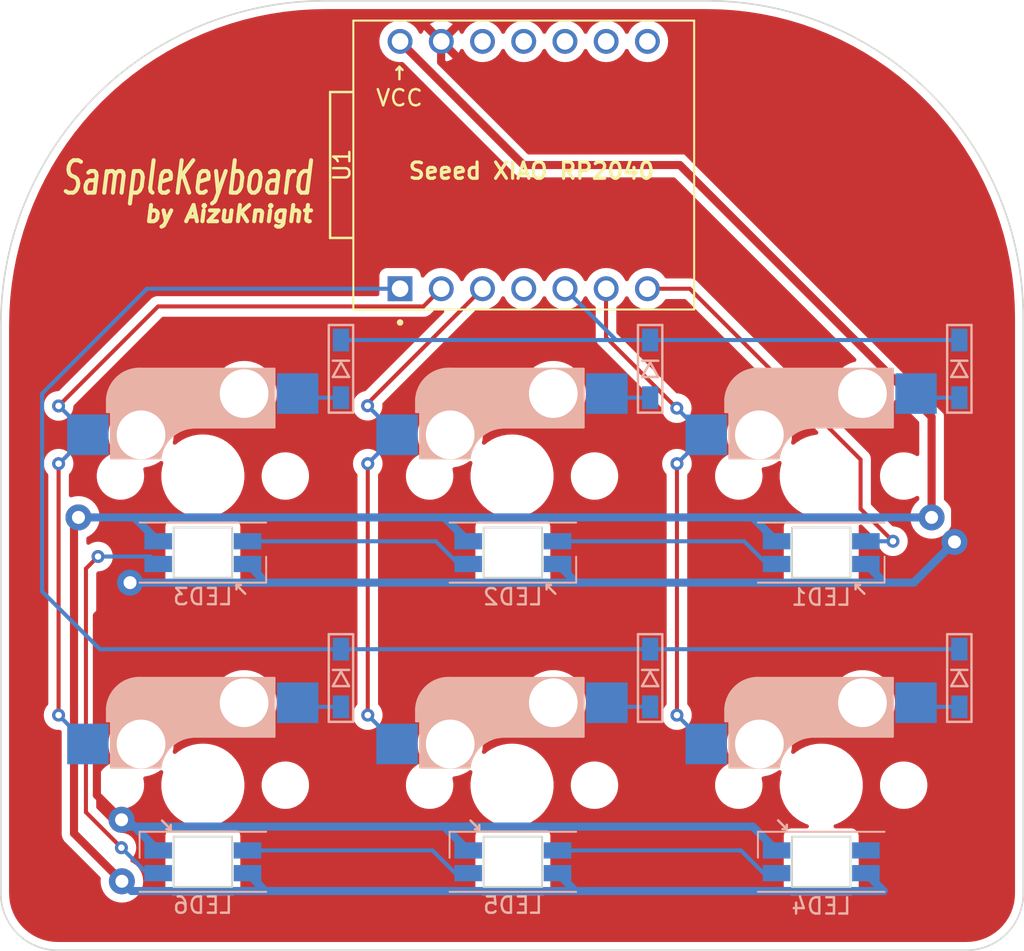
<source format=kicad_pcb>
(kicad_pcb (version 20211014) (generator pcbnew)
  (layers (0 "F.Cu" signal) (31 "B.Cu" signal) (34 "B.Paste" user) (35 "F.Paste" user) (36 "B.SilkS" user "B.Silkscreen") (37 "F.SilkS" user "F.Silkscreen") (38 "B.Mask" user) (39 "F.Mask" user) (44 "Edge.Cuts" user))
  (net 0 "")
  (net 1 "GND")
  (net 2 "COL0")
  (net 3 "ROW0")
  (net 4 "ROW1")
  (net 5 "COL1")
  (net 6 "COL2")
  (net 11 "LED")
  (net 12 "VCC")
  (net 13 "Net-(D4-Pad2)")
  (net 14 "Net-(D5-Pad2)")
  (net 15 "Net-(D6-Pad2)")
  (net 16 "Net-(D7-Pad2)")
  (net 17 "Net-(D8-Pad2)")
  (net 18 "Net-(D9-Pad2)")
  (net 19 "Net-(LED1-Pad2)")
  (net 20 "Net-(LED2-Pad2)")
  (net 23 "Net-(LED3-Pad2)")
  (net 24 "Net-(LED4-Pad4)")
  (net 26 "Net-(LED5-Pad4)")
  (footprint "kbd:CherryMX_Hotswap" (layer "F.Cu") (at 146.05 100.33)
    (fp_text reference "SW6" hide)
    (fp_text value "SW_Push_45deg" hide)
    (fp_line (start 4.38 -4) (end 4.38 -6.25) (layer "B.SilkS") (width 0.15))
    (fp_line (start 2.6 -4.8) (end -4.1 -4.8) (layer "B.SilkS") (width 3.5))
    (fp_line (start -5.8 -4.05) (end -5.8 -4.7) (layer "B.SilkS") (width 0.3))
    (fp_line (start 3.9 -6) (end 3.9 -3.5) (layer "B.SilkS") (width 1))
    (fp_line (start -5.3 -1.6) (end -5.3 -3.399999) (layer "B.SilkS") (width 0.8))
    (fp_line (start 4.4 -6.6) (end -3.800001 -6.6) (layer "B.SilkS") (width 0.15))
    (fp_line (start -5.9 -4.7) (end -5.9 -3.95) (layer "B.SilkS") (width 0.15))
    (fp_line (start -4.17 -5.1) (end -4.17 -2.86) (layer "B.SilkS") (width 3))
    (fp_line (start -5.45 -1.3) (end -3 -1.3) (layer "B.SilkS") (width 0.5))
    (fp_line (start 4.25 -6.4) (end 3 -6.4) (layer "B.SilkS") (width 0.4))
    (fp_line (start -0.4 -3) (end 4.4 -3) (layer "B.SilkS") (width 0.15))
    (fp_line (start -5.65 -1.1) (end -2.62 -1.1) (layer "B.SilkS") (width 0.15))
    (fp_line (start -5.65 -5.55) (end -5.65 -1.1) (layer "B.SilkS") (width 0.15))
    (fp_line (start -5.9 -3.95) (end -5.7 -3.95) (layer "B.SilkS") (width 0.15))
    (fp_line (start 4.2 -3.25) (end 2.9 -3.3) (layer "B.SilkS") (width 0.5))
    (fp_line (start 4.4 -3) (end 4.4 -6.6) (layer "B.SilkS") (width 0.15))
    (fp_arc (start -2.616318 -1.121471) (mid -1.868709 -2.486118) (end -0.4 -3) (layer "B.SilkS") (width 0.15))
    (fp_arc (start -3.016318 -1.521471) (mid -2.268709 -2.886118) (end -0.8 -3.4) (layer "B.SilkS") (width 1))
    (fp_arc (start -5.9 -4.699999) (mid -5.243504 -6.084924) (end -3.800001 -6.6) (layer "B.SilkS") (width 0.15))
    (pad "" np_thru_hole circle locked (at -3.81 -2.54) (size 3 3) (drill 3) (layers *.Cu *.Mask))
    (pad "" np_thru_hole circle locked (at 0 0 90) (size 4.1 4.1) (drill 4.1) (layers *.Cu *.Mask))
    (pad "" np_thru_hole circle locked (at -5.08 0) (size 1.9 1.9) (drill 1.9) (layers *.Cu *.Mask))
    (pad "" np_thru_hole circle locked (at 2.54 -5.08) (size 3 3) (drill 3) (layers *.Cu *.Mask))
    (pad "" np_thru_hole circle locked (at 5.08 0) (size 1.9 1.9) (drill 1.9) (layers *.Cu *.Mask))
    (pad "1" smd rect locked (at -7.085 -2.54 180) (size 2.55 2.5) (layers "B.Cu" "B.Paste" "B.Mask") (net 6 "COL2"))
    (pad "2" smd rect locked (at 5.842 -5.08 180) (size 2.55 2.5) (layers "B.Cu" "B.Paste" "B.Mask") (net 18 "Net-(D9-Pad2)"))
  )
  (footprint "kbd:CherryMX_Hotswap" (layer "F.Cu") (at 127 81.28)
    (fp_text reference "SW3" hide)
    (fp_text value "SW_Push_45deg" hide)
    (fp_line (start -5.65 -5.55) (end -5.65 -1.1) (layer "B.SilkS") (width 0.15))
    (fp_line (start 4.4 -6.6) (end -3.800001 -6.6) (layer "B.SilkS") (width 0.15))
    (fp_line (start -5.45 -1.3) (end -3 -1.3) (layer "B.SilkS") (width 0.5))
    (fp_line (start -0.4 -3) (end 4.4 -3) (layer "B.SilkS") (width 0.15))
    (fp_line (start 4.4 -3) (end 4.4 -6.6) (layer "B.SilkS") (width 0.15))
    (fp_line (start -5.3 -1.6) (end -5.3 -3.399999) (layer "B.SilkS") (width 0.8))
    (fp_line (start 4.2 -3.25) (end 2.9 -3.3) (layer "B.SilkS") (width 0.5))
    (fp_line (start 2.6 -4.8) (end -4.1 -4.8) (layer "B.SilkS") (width 3.5))
    (fp_line (start -5.9 -4.7) (end -5.9 -3.95) (layer "B.SilkS") (width 0.15))
    (fp_line (start 3.9 -6) (end 3.9 -3.5) (layer "B.SilkS") (width 1))
    (fp_line (start 4.38 -4) (end 4.38 -6.25) (layer "B.SilkS") (width 0.15))
    (fp_line (start 4.25 -6.4) (end 3 -6.4) (layer "B.SilkS") (width 0.4))
    (fp_line (start -5.65 -1.1) (end -2.62 -1.1) (layer "B.SilkS") (width 0.15))
    (fp_line (start -5.8 -4.05) (end -5.8 -4.7) (layer "B.SilkS") (width 0.3))
    (fp_line (start -5.9 -3.95) (end -5.7 -3.95) (layer "B.SilkS") (width 0.15))
    (fp_line (start -4.17 -5.1) (end -4.17 -2.86) (layer "B.SilkS") (width 3))
    (fp_arc (start -3.016318 -1.521471) (mid -2.268709 -2.886118) (end -0.8 -3.4) (layer "B.SilkS") (width 1))
    (fp_arc (start -5.9 -4.699999) (mid -5.243504 -6.084924) (end -3.800001 -6.6) (layer "B.SilkS") (width 0.15))
    (fp_arc (start -2.616318 -1.121471) (mid -1.868709 -2.486118) (end -0.4 -3) (layer "B.SilkS") (width 0.15))
    (pad "" np_thru_hole circle locked (at -3.81 -2.54) (size 3 3) (drill 3) (layers *.Cu *.Mask))
    (pad "" np_thru_hole circle locked (at 2.54 -5.08) (size 3 3) (drill 3) (layers *.Cu *.Mask))
    (pad "" np_thru_hole circle locked (at 0 0 90) (size 4.1 4.1) (drill 4.1) (layers *.Cu *.Mask))
    (pad "" np_thru_hole circle locked (at 5.08 0) (size 1.9 1.9) (drill 1.9) (layers *.Cu *.Mask))
    (pad "" np_thru_hole circle locked (at -5.08 0) (size 1.9 1.9) (drill 1.9) (layers *.Cu *.Mask))
    (pad "1" smd rect locked (at -7.085 -2.54 180) (size 2.55 2.5) (layers "B.Cu" "B.Paste" "B.Mask") (net 5 "COL1"))
    (pad "2" smd rect locked (at 5.842 -5.08 180) (size 2.55 2.5) (layers "B.Cu" "B.Paste" "B.Mask") (net 15 "Net-(D6-Pad2)"))
  )
  (footprint "seeed_xiao_rp2040:seeed_xiao_rp2040" (layer "F.Cu") (at 127.72 62.12 90)
    (fp_text reference "U1" (at 0 -11.2 90) (layer "F.SilkS"))
    (fp_text value "seeed_xiao_rp2040")
    (fp_line (start 8.9 10.5) (end 8.9 -10.5) (layer "F.SilkS") (width 0.127))
    (fp_line (start -8.9 10.5) (end 8.9 10.5) (layer "F.SilkS") (width 0.127))
    (fp_line (start 8.9 -10.5) (end -8.9 -10.5) (layer "F.SilkS") (width 0.127))
    (fp_line (start -8.9 -10.5) (end -8.9 10.5) (layer "F.SilkS") (width 0.127))
    (fp_circle (center -9.7 -7.62) (end -9.6 -7.62) (layer "F.SilkS") (width 0.2) (fill none))
    (pad "1" thru_hole rect locked (at -7.62 -7.62 90) (size 1.53 1.53) (drill 1.02) (layers *.Cu *.Mask) (net 4 "ROW1"))
    (pad "2" thru_hole circle locked (at -7.62 -5.08 90) (size 1.53 1.53) (drill 1.02) (layers *.Cu *.Mask) (net 2 "COL0"))
    (pad "3" thru_hole circle locked (at -7.62 -2.54 90) (size 1.53 1.53) (drill 1.02) (layers *.Cu *.Mask) (net 5 "COL1"))
    (pad "4" thru_hole circle locked (at -7.62 0 90) (size 1.53 1.53) (drill 1.02) (layers *.Cu *.Mask))
    (pad "5" thru_hole circle locked (at -7.62 2.54 90) (size 1.53 1.53) (drill 1.02) (layers *.Cu *.Mask) (net 3 "ROW0"))
    (pad "6" thru_hole circle locked (at -7.62 5.08 90) (size 1.53 1.53) (drill 1.02) (layers *.Cu *.Mask) (net 6 "COL2"))
    (pad "7" thru_hole circle locked (at -7.62 7.62 90) (size 1.53 1.53) (drill 1.02) (layers *.Cu *.Mask) (net 11 "LED"))
    (pad "8" thru_hole circle locked (at 7.62 7.62 90) (size 1.53 1.53) (drill 1.02) (layers *.Cu *.Mask))
    (pad "9" thru_hole circle locked (at 7.62 5.08 90) (size 1.53 1.53) (drill 1.02) (layers *.Cu *.Mask))
    (pad "10" thru_hole circle locked (at 7.62 2.54 90) (size 1.53 1.53) (drill 1.02) (layers *.Cu *.Mask))
    (pad "11" thru_hole circle locked (at 7.62 0 90) (size 1.53 1.53) (drill 1.02) (layers *.Cu *.Mask))
    (pad "12" thru_hole circle locked (at 7.62 -2.54 90) (size 1.53 1.53) (drill 1.02) (layers *.Cu *.Mask))
    (pad "13" thru_hole circle locked (at 7.62 -5.08 90) (size 1.53 1.53) (drill 1.02) (layers *.Cu *.Mask) (net 1 "GND"))
    (pad "14" thru_hole circle locked (at 7.62 -7.62 90) (size 1.53 1.53) (drill 1.02) (layers *.Cu *.Mask) (net 12 "VCC"))
  )
  (footprint "kbd:CherryMX_Hotswap" (layer "F.Cu") (at 146.05 81.28)
    (fp_text reference "SW5" hide)
    (fp_text value "SW_Push_45deg" hide)
    (fp_line (start -5.9 -4.7) (end -5.9 -3.95) (layer "B.SilkS") (width 0.15))
    (fp_line (start -4.17 -5.1) (end -4.17 -2.86) (layer "B.SilkS") (width 3))
    (fp_line (start -5.45 -1.3) (end -3 -1.3) (layer "B.SilkS") (width 0.5))
    (fp_line (start 4.38 -4) (end 4.38 -6.25) (layer "B.SilkS") (width 0.15))
    (fp_line (start 2.6 -4.8) (end -4.1 -4.8) (layer "B.SilkS") (width 3.5))
    (fp_line (start -5.8 -4.05) (end -5.8 -4.7) (layer "B.SilkS") (width 0.3))
    (fp_line (start 4.4 -6.6) (end -3.800001 -6.6) (layer "B.SilkS") (width 0.15))
    (fp_line (start -5.9 -3.95) (end -5.7 -3.95) (layer "B.SilkS") (width 0.15))
    (fp_line (start 4.2 -3.25) (end 2.9 -3.3) (layer "B.SilkS") (width 0.5))
    (fp_line (start -5.65 -5.55) (end -5.65 -1.1) (layer "B.SilkS") (width 0.15))
    (fp_line (start -5.3 -1.6) (end -5.3 -3.399999) (layer "B.SilkS") (width 0.8))
    (fp_line (start -5.65 -1.1) (end -2.62 -1.1) (layer "B.SilkS") (width 0.15))
    (fp_line (start 4.4 -3) (end 4.4 -6.6) (layer "B.SilkS") (width 0.15))
    (fp_line (start 3.9 -6) (end 3.9 -3.5) (layer "B.SilkS") (width 1))
    (fp_line (start 4.25 -6.4) (end 3 -6.4) (layer "B.SilkS") (width 0.4))
    (fp_line (start -0.4 -3) (end 4.4 -3) (layer "B.SilkS") (width 0.15))
    (fp_arc (start -2.616318 -1.121471) (mid -1.868709 -2.486118) (end -0.4 -3) (layer "B.SilkS") (width 0.15))
    (fp_arc (start -5.9 -4.699999) (mid -5.243504 -6.084924) (end -3.800001 -6.6) (layer "B.SilkS") (width 0.15))
    (fp_arc (start -3.016318 -1.521471) (mid -2.268709 -2.886118) (end -0.8 -3.4) (layer "B.SilkS") (width 1))
    (pad "" np_thru_hole circle locked (at -3.81 -2.54) (size 3 3) (drill 3) (layers *.Cu *.Mask))
    (pad "" np_thru_hole circle locked (at 5.08 0) (size 1.9 1.9) (drill 1.9) (layers *.Cu *.Mask))
    (pad "" np_thru_hole circle locked (at -5.08 0) (size 1.9 1.9) (drill 1.9) (layers *.Cu *.Mask))
    (pad "" np_thru_hole circle locked (at 0 0 90) (size 4.1 4.1) (drill 4.1) (layers *.Cu *.Mask))
    (pad "" np_thru_hole circle locked (at 2.54 -5.08) (size 3 3) (drill 3) (layers *.Cu *.Mask))
    (pad "1" smd rect locked (at -7.085 -2.54 180) (size 2.55 2.5) (layers "B.Cu" "B.Paste" "B.Mask") (net 6 "COL2"))
    (pad "2" smd rect locked (at 5.842 -5.08 180) (size 2.55 2.5) (layers "B.Cu" "B.Paste" "B.Mask") (net 17 "Net-(D8-Pad2)"))
  )
  (footprint "kbd:CherryMX_Hotswap" (layer "F.Cu") (at 127 100.33)
    (fp_text reference "SW4" hide)
    (fp_text value "SW_Push_45deg" hide)
    (fp_line (start 4.4 -6.6) (end -3.800001 -6.6) (layer "B.SilkS") (width 0.15))
    (fp_line (start 4.38 -4) (end 4.38 -6.25) (layer "B.SilkS") (width 0.15))
    (fp_line (start -0.4 -3) (end 4.4 -3) (layer "B.SilkS") (width 0.15))
    (fp_line (start 4.4 -3) (end 4.4 -6.6) (layer "B.SilkS") (width 0.15))
    (fp_line (start -5.65 -1.1) (end -2.62 -1.1) (layer "B.SilkS") (width 0.15))
    (fp_line (start -5.45 -1.3) (end -3 -1.3) (layer "B.SilkS") (width 0.5))
    (fp_line (start -4.17 -5.1) (end -4.17 -2.86) (layer "B.SilkS") (width 3))
    (fp_line (start 2.6 -4.8) (end -4.1 -4.8) (layer "B.SilkS") (width 3.5))
    (fp_line (start 4.2 -3.25) (end 2.9 -3.3) (layer "B.SilkS") (width 0.5))
    (fp_line (start -5.65 -5.55) (end -5.65 -1.1) (layer "B.SilkS") (width 0.15))
    (fp_line (start 3.9 -6) (end 3.9 -3.5) (layer "B.SilkS") (width 1))
    (fp_line (start -5.3 -1.6) (end -5.3 -3.399999) (layer "B.SilkS") (width 0.8))
    (fp_line (start 4.25 -6.4) (end 3 -6.4) (layer "B.SilkS") (width 0.4))
    (fp_line (start -5.9 -3.95) (end -5.7 -3.95) (layer "B.SilkS") (width 0.15))
    (fp_line (start -5.8 -4.05) (end -5.8 -4.7) (layer "B.SilkS") (width 0.3))
    (fp_line (start -5.9 -4.7) (end -5.9 -3.95) (layer "B.SilkS") (width 0.15))
    (fp_arc (start -3.016318 -1.521471) (mid -2.268709 -2.886118) (end -0.8 -3.4) (layer "B.SilkS") (width 1))
    (fp_arc (start -5.9 -4.699999) (mid -5.243504 -6.084924) (end -3.800001 -6.6) (layer "B.SilkS") (width 0.15))
    (fp_arc (start -2.616318 -1.121471) (mid -1.868709 -2.486118) (end -0.4 -3) (layer "B.SilkS") (width 0.15))
    (pad "" np_thru_hole circle locked (at 0 0 90) (size 4.1 4.1) (drill 4.1) (layers *.Cu *.Mask))
    (pad "" np_thru_hole circle locked (at 5.08 0) (size 1.9 1.9) (drill 1.9) (layers *.Cu *.Mask))
    (pad "" np_thru_hole circle locked (at -5.08 0) (size 1.9 1.9) (drill 1.9) (layers *.Cu *.Mask))
    (pad "" np_thru_hole circle locked (at 2.54 -5.08) (size 3 3) (drill 3) (layers *.Cu *.Mask))
    (pad "" np_thru_hole circle locked (at -3.81 -2.54) (size 3 3) (drill 3) (layers *.Cu *.Mask))
    (pad "1" smd rect locked (at -7.085 -2.54 180) (size 2.55 2.5) (layers "B.Cu" "B.Paste" "B.Mask") (net 5 "COL1"))
    (pad "2" smd rect locked (at 5.842 -5.08 180) (size 2.55 2.5) (layers "B.Cu" "B.Paste" "B.Mask") (net 16 "Net-(D7-Pad2)"))
  )
  (footprint "kbd:CherryMX_Hotswap" (layer "F.Cu") (at 107.95 81.28)
    (fp_text reference "SW1" hide)
    (fp_text value "SW_Push_45deg" hide)
    (fp_line (start -5.65 -1.1) (end -2.62 -1.1) (layer "B.SilkS") (width 0.15))
    (fp_line (start 4.4 -6.6) (end -3.800001 -6.6) (layer "B.SilkS") (width 0.15))
    (fp_line (start -0.4 -3) (end 4.4 -3) (layer "B.SilkS") (width 0.15))
    (fp_line (start 3.9 -6) (end 3.9 -3.5) (layer "B.SilkS") (width 1))
    (fp_line (start -5.8 -4.05) (end -5.8 -4.7) (layer "B.SilkS") (width 0.3))
    (fp_line (start -5.45 -1.3) (end -3 -1.3) (layer "B.SilkS") (width 0.5))
    (fp_line (start -5.9 -4.7) (end -5.9 -3.95) (layer "B.SilkS") (width 0.15))
    (fp_line (start -5.3 -1.6) (end -5.3 -3.399999) (layer "B.SilkS") (width 0.8))
    (fp_line (start 4.38 -4) (end 4.38 -6.25) (layer "B.SilkS") (width 0.15))
    (fp_line (start -5.65 -5.55) (end -5.65 -1.1) (layer "B.SilkS") (width 0.15))
    (fp_line (start -5.9 -3.95) (end -5.7 -3.95) (layer "B.SilkS") (width 0.15))
    (fp_line (start 2.6 -4.8) (end -4.1 -4.8) (layer "B.SilkS") (width 3.5))
    (fp_line (start 4.2 -3.25) (end 2.9 -3.3) (layer "B.SilkS") (width 0.5))
    (fp_line (start -4.17 -5.1) (end -4.17 -2.86) (layer "B.SilkS") (width 3))
    (fp_line (start 4.4 -3) (end 4.4 -6.6) (layer "B.SilkS") (width 0.15))
    (fp_line (start 4.25 -6.4) (end 3 -6.4) (layer "B.SilkS") (width 0.4))
    (fp_arc (start -2.616318 -1.121471) (mid -1.868709 -2.486118) (end -0.4 -3) (layer "B.SilkS") (width 0.15))
    (fp_arc (start -5.9 -4.699999) (mid -5.243504 -6.084924) (end -3.800001 -6.6) (layer "B.SilkS") (width 0.15))
    (fp_arc (start -3.016318 -1.521471) (mid -2.268709 -2.886118) (end -0.8 -3.4) (layer "B.SilkS") (width 1))
    (pad "" np_thru_hole circle locked (at 5.08 0) (size 1.9 1.9) (drill 1.9) (layers *.Cu *.Mask))
    (pad "" np_thru_hole circle locked (at -5.08 0) (size 1.9 1.9) (drill 1.9) (layers *.Cu *.Mask))
    (pad "" np_thru_hole circle locked (at -3.81 -2.54) (size 3 3) (drill 3) (layers *.Cu *.Mask))
    (pad "" np_thru_hole circle locked (at 2.54 -5.08) (size 3 3) (drill 3) (layers *.Cu *.Mask))
    (pad "" np_thru_hole circle locked (at 0 0 90) (size 4.1 4.1) (drill 4.1) (layers *.Cu *.Mask))
    (pad "1" smd rect locked (at -7.085 -2.54 180) (size 2.55 2.5) (layers "B.Cu" "B.Paste" "B.Mask") (net 2 "COL0"))
    (pad "2" smd rect locked (at 5.842 -5.08 180) (size 2.55 2.5) (layers "B.Cu" "B.Paste" "B.Mask") (net 13 "Net-(D4-Pad2)"))
  )
  (footprint "kbd:CherryMX_Hotswap" (layer "F.Cu") (at 107.95 100.33)
    (fp_text reference "SW2" hide)
    (fp_text value "SW_Push_45deg" hide)
    (fp_line (start -5.8 -4.05) (end -5.8 -4.7) (layer "B.SilkS") (width 0.3))
    (fp_line (start 2.6 -4.8) (end -4.1 -4.8) (layer "B.SilkS") (width 3.5))
    (fp_line (start 4.25 -6.4) (end 3 -6.4) (layer "B.SilkS") (width 0.4))
    (fp_line (start -5.9 -4.7) (end -5.9 -3.95) (layer "B.SilkS") (width 0.15))
    (fp_line (start -5.3 -1.6) (end -5.3 -3.399999) (layer "B.SilkS") (width 0.8))
    (fp_line (start -5.65 -5.55) (end -5.65 -1.1) (layer "B.SilkS") (width 0.15))
    (fp_line (start -5.65 -1.1) (end -2.62 -1.1) (layer "B.SilkS") (width 0.15))
    (fp_line (start 4.4 -3) (end 4.4 -6.6) (layer "B.SilkS") (width 0.15))
    (fp_line (start 4.38 -4) (end 4.38 -6.25) (layer "B.SilkS") (width 0.15))
    (fp_line (start 3.9 -6) (end 3.9 -3.5) (layer "B.SilkS") (width 1))
    (fp_line (start -0.4 -3) (end 4.4 -3) (layer "B.SilkS") (width 0.15))
    (fp_line (start -4.17 -5.1) (end -4.17 -2.86) (layer "B.SilkS") (width 3))
    (fp_line (start -5.45 -1.3) (end -3 -1.3) (layer "B.SilkS") (width 0.5))
    (fp_line (start 4.2 -3.25) (end 2.9 -3.3) (layer "B.SilkS") (width 0.5))
    (fp_line (start -5.9 -3.95) (end -5.7 -3.95) (layer "B.SilkS") (width 0.15))
    (fp_line (start 4.4 -6.6) (end -3.800001 -6.6) (layer "B.SilkS") (width 0.15))
    (fp_arc (start -3.016318 -1.521471) (mid -2.268709 -2.886118) (end -0.8 -3.4) (layer "B.SilkS") (width 1))
    (fp_arc (start -2.616318 -1.121471) (mid -1.868709 -2.486118) (end -0.4 -3) (layer "B.SilkS") (width 0.15))
    (fp_arc (start -5.9 -4.699999) (mid -5.243504 -6.084924) (end -3.800001 -6.6) (layer "B.SilkS") (width 0.15))
    (pad "" np_thru_hole circle locked (at 5.08 0) (size 1.9 1.9) (drill 1.9) (layers *.Cu *.Mask))
    (pad "" np_thru_hole circle locked (at -5.08 0) (size 1.9 1.9) (drill 1.9) (layers *.Cu *.Mask))
    (pad "" np_thru_hole circle locked (at 2.54 -5.08) (size 3 3) (drill 3) (layers *.Cu *.Mask))
    (pad "" np_thru_hole circle locked (at 0 0 90) (size 4.1 4.1) (drill 4.1) (layers *.Cu *.Mask))
    (pad "" np_thru_hole circle locked (at -3.81 -2.54) (size 3 3) (drill 3) (layers *.Cu *.Mask))
    (pad "1" smd rect locked (at -7.085 -2.54 180) (size 2.55 2.5) (layers "B.Cu" "B.Paste" "B.Mask") (net 2 "COL0"))
    (pad "2" smd rect locked (at 5.842 -5.08 180) (size 2.55 2.5) (layers "B.Cu" "B.Paste" "B.Mask") (net 14 "Net-(D5-Pad2)"))
  )
  (footprint "kbd:YS-SK6812MINI-E" (layer "B.Cu") (at 107.95 86 180)
    (fp_text reference "LED3" (at 0 -2.72) (layer "B.SilkS") (effects (justify mirror)))
    (fp_text value "YS-SK6812MINI-E")
    (fp_line (start -3.9 -0.25) (end -3.9 -1.85) (layer "B.SilkS") (width 0.12))
    (fp_line (start 3.9 1.85) (end -3.9 1.85) (layer "B.SilkS") (width 0.12))
    (fp_line (start -3.9 -1.85) (end 3.9 -1.85) (layer "B.SilkS") (width 0.12))
    (fp_line (start 1.8 -1.55) (end 1.8 1.55) (layer "Edge.Cuts") (width 0.12))
    (fp_line (start 1.8 1.55) (end -1.8 1.55) (layer "Edge.Cuts") (width 0.12))
    (fp_line (start -1.8 1.55) (end -1.8 -1.55) (layer "Edge.Cuts") (width 0.12))
    (fp_line (start -1.8 -1.55) (end 1.8 -1.55) (layer "Edge.Cuts") (width 0.12))
    (pad "1" smd rect locked (at 2.75 0.7 180) (size 1.7 1) (layers "B.Cu" "B.Paste" "B.Mask") (net 12 "VCC"))
    (pad "2" smd rect locked (at 2.75 -0.7 180) (size 1.7 1) (layers "B.Cu" "B.Paste" "B.Mask") (net 23 "Net-(LED3-Pad2)"))
    (pad "3" smd rect locked (at -2.75 -0.7 180) (size 1.7 1) (layers "B.Cu" "B.Paste" "B.Mask") (net 1 "GND"))
    (pad "4" smd rect locked (at -2.75 0.7 180) (size 1.7 1) (layers "B.Cu" "B.Paste" "B.Mask") (net 20 "Net-(LED2-Pad2)"))
  )
  (footprint "kbd:YS-SK6812MINI-E" (layer "B.Cu") (at 127.05 105.05)
    (fp_text reference "LED5" (at 0 2.68) (layer "B.SilkS") (effects (justify mirror)))
    (fp_text value "YS-SK6812MINI-E")
    (fp_line (start 3.9 1.85) (end -3.9 1.85) (layer "B.SilkS") (width 0.12))
    (fp_line (start -3.9 -1.85) (end 3.9 -1.85) (layer "B.SilkS") (width 0.12))
    (fp_line (start -3.9 -0.25) (end -3.9 -1.85) (layer "B.SilkS") (width 0.12))
    (fp_line (start -1.8 1.55) (end -1.8 -1.55) (layer "Edge.Cuts") (width 0.12))
    (fp_line (start 1.8 1.55) (end -1.8 1.55) (layer "Edge.Cuts") (width 0.12))
    (fp_line (start -1.8 -1.55) (end 1.8 -1.55) (layer "Edge.Cuts") (width 0.12))
    (fp_line (start 1.8 -1.55) (end 1.8 1.55) (layer "Edge.Cuts") (width 0.12))
    (pad "1" smd rect locked (at 2.75 0.7) (size 1.7 1) (layers "B.Cu" "B.Paste" "B.Mask") (net 12 "VCC"))
    (pad "2" smd rect locked (at 2.75 -0.7) (size 1.7 1) (layers "B.Cu" "B.Paste" "B.Mask") (net 24 "Net-(LED4-Pad4)"))
    (pad "3" smd rect locked (at -2.75 -0.7) (size 1.7 1) (layers "B.Cu" "B.Paste" "B.Mask") (net 1 "GND"))
    (pad "4" smd rect locked (at -2.75 0.7) (size 1.7 1) (layers "B.Cu" "B.Paste" "B.Mask") (net 26 "Net-(LED5-Pad4)"))
  )
  (footprint "kbd:D3_SMD_v2" (layer "B.Cu") (at 154.559 93.726 -90)
    (fp_text reference "D9" hide)
    (fp_text value "D_Small" hide)
    (fp_line (start 0.5 -0.5) (end -0.4 0) (layer "B.SilkS") (width 0.15))
    (fp_line (start -2.7 0.75) (end -2.7 -0.75) (layer "B.SilkS") (width 0.15))
    (fp_line (start -2.7 -0.75) (end 2.7 -0.75) (layer "B.SilkS") (width 0.15))
    (fp_line (start -0.5 0.5) (end -0.5 -0.5) (layer "B.SilkS") (width 0.15))
    (fp_line (start 2.7 0.75) (end -2.7 0.75) (layer "B.SilkS") (width 0.15))
    (fp_line (start 0.5 0.5) (end 0.5 -0.5) (layer "B.SilkS") (width 0.15))
    (fp_line (start -0.4 0) (end 0.5 0.5) (layer "B.SilkS") (width 0.15))
    (fp_line (start 2.7 0.75) (end 2.7 -0.75) (layer "B.SilkS") (width 0.15))
    (pad "1" smd rect locked (at -1.775 0 270) (size 1.4 1) (layers "B.Cu" "B.Paste" "B.Mask") (net 4 "ROW1"))
    (pad "2" smd rect locked (at 1.775 0 270) (size 1.4 1) (layers "B.Cu" "B.Paste" "B.Mask") (net 18 "Net-(D9-Pad2)"))
  )
  (footprint "kbd:YS-SK6812MINI-E" (layer "B.Cu") (at 107.95 105.05)
    (fp_text reference "LED6" (at 0 2.68) (layer "B.SilkS") (effects (justify mirror)))
    (fp_text value "YS-SK6812MINI-E")
    (fp_line (start -3.9 -1.85) (end 3.9 -1.85) (layer "B.SilkS") (width 0.12))
    (fp_line (start 3.9 1.85) (end -3.9 1.85) (layer "B.SilkS") (width 0.12))
    (fp_line (start -3.9 -0.25) (end -3.9 -1.85) (layer "B.SilkS") (width 0.12))
    (fp_line (start -1.8 1.55) (end -1.8 -1.55) (layer "Edge.Cuts") (width 0.12))
    (fp_line (start -1.8 -1.55) (end 1.8 -1.55) (layer "Edge.Cuts") (width 0.12))
    (fp_line (start 1.8 1.55) (end -1.8 1.55) (layer "Edge.Cuts") (width 0.12))
    (fp_line (start 1.8 -1.55) (end 1.8 1.55) (layer "Edge.Cuts") (width 0.12))
    (pad "1" smd rect locked (at 2.75 0.7) (size 1.7 1) (layers "B.Cu" "B.Paste" "B.Mask") (net 12 "VCC"))
    (pad "2" smd rect locked (at 2.75 -0.7) (size 1.7 1) (layers "B.Cu" "B.Paste" "B.Mask") (net 26 "Net-(LED5-Pad4)"))
    (pad "3" smd rect locked (at -2.75 -0.7) (size 1.7 1) (layers "B.Cu" "B.Paste" "B.Mask") (net 1 "GND"))
    (pad "4" smd rect locked (at -2.75 0.7) (size 1.7 1) (layers "B.Cu" "B.Paste" "B.Mask") (net 23 "Net-(LED3-Pad2)"))
  )
  (footprint "kbd:D3_SMD_v2" (layer "B.Cu") (at 116.459 93.726 -90)
    (fp_text reference "D5" hide)
    (fp_text value "D_Small" hide)
    (fp_line (start -0.5 0.5) (end -0.5 -0.5) (layer "B.SilkS") (width 0.15))
    (fp_line (start 0.5 0.5) (end 0.5 -0.5) (layer "B.SilkS") (width 0.15))
    (fp_line (start 2.7 0.75) (end -2.7 0.75) (layer "B.SilkS") (width 0.15))
    (fp_line (start -2.7 0.75) (end -2.7 -0.75) (layer "B.SilkS") (width 0.15))
    (fp_line (start -2.7 -0.75) (end 2.7 -0.75) (layer "B.SilkS") (width 0.15))
    (fp_line (start 0.5 -0.5) (end -0.4 0) (layer "B.SilkS") (width 0.15))
    (fp_line (start 2.7 0.75) (end 2.7 -0.75) (layer "B.SilkS") (width 0.15))
    (fp_line (start -0.4 0) (end 0.5 0.5) (layer "B.SilkS") (width 0.15))
    (pad "1" smd rect locked (at -1.775 0 270) (size 1.4 1) (layers "B.Cu" "B.Paste" "B.Mask") (net 4 "ROW1"))
    (pad "2" smd rect locked (at 1.775 0 270) (size 1.4 1) (layers "B.Cu" "B.Paste" "B.Mask") (net 14 "Net-(D5-Pad2)"))
  )
  (footprint "kbd:D3_SMD_v2" (layer "B.Cu") (at 135.509 74.676 -90)
    (fp_text reference "D6" hide)
    (fp_text value "D_Small" hide)
    (fp_line (start 2.7 0.75) (end -2.7 0.75) (layer "B.SilkS") (width 0.15))
    (fp_line (start 0.5 0.5) (end 0.5 -0.5) (layer "B.SilkS") (width 0.15))
    (fp_line (start -2.7 -0.75) (end 2.7 -0.75) (layer "B.SilkS") (width 0.15))
    (fp_line (start -2.7 0.75) (end -2.7 -0.75) (layer "B.SilkS") (width 0.15))
    (fp_line (start 0.5 -0.5) (end -0.4 0) (layer "B.SilkS") (width 0.15))
    (fp_line (start -0.5 0.5) (end -0.5 -0.5) (layer "B.SilkS") (width 0.15))
    (fp_line (start -0.4 0) (end 0.5 0.5) (layer "B.SilkS") (width 0.15))
    (fp_line (start 2.7 0.75) (end 2.7 -0.75) (layer "B.SilkS") (width 0.15))
    (pad "1" smd rect locked (at -1.775 0 270) (size 1.4 1) (layers "B.Cu" "B.Paste" "B.Mask") (net 3 "ROW0"))
    (pad "2" smd rect locked (at 1.775 0 270) (size 1.4 1) (layers "B.Cu" "B.Paste" "B.Mask") (net 15 "Net-(D6-Pad2)"))
  )
  (footprint "kbd:YS-SK6812MINI-E" (layer "B.Cu") (at 146.05 86 180)
    (fp_text reference "LED1" (at 0 -2.75) (layer "B.SilkS") (effects (justify mirror)))
    (fp_text value "YS-SK6812MINI-E")
    (fp_line (start 3.9 1.85) (end -3.9 1.85) (layer "B.SilkS") (width 0.12))
    (fp_line (start -3.9 -1.85) (end 3.9 -1.85) (layer "B.SilkS") (width 0.12))
    (fp_line (start -3.9 -0.25) (end -3.9 -1.85) (layer "B.SilkS") (width 0.12))
    (fp_line (start 1.8 1.55) (end -1.8 1.55) (layer "Edge.Cuts") (width 0.12))
    (fp_line (start -1.8 1.55) (end -1.8 -1.55) (layer "Edge.Cuts") (width 0.12))
    (fp_line (start 1.8 -1.55) (end 1.8 1.55) (layer "Edge.Cuts") (width 0.12))
    (fp_line (start -1.8 -1.55) (end 1.8 -1.55) (layer "Edge.Cuts") (width 0.12))
    (pad "1" smd rect locked (at 2.75 0.7 180) (size 1.7 1) (layers "B.Cu" "B.Paste" "B.Mask") (net 12 "VCC"))
    (pad "2" smd rect locked (at 2.75 -0.7 180) (size 1.7 1) (layers "B.Cu" "B.Paste" "B.Mask") (net 19 "Net-(LED1-Pad2)"))
    (pad "3" smd rect locked (at -2.75 -0.7 180) (size 1.7 1) (layers "B.Cu" "B.Paste" "B.Mask") (net 1 "GND"))
    (pad "4" smd rect locked (at -2.75 0.7 180) (size 1.7 1) (layers "B.Cu" "B.Paste" "B.Mask") (net 11 "LED"))
  )
  (footprint "kbd:D3_SMD_v2" (layer "B.Cu") (at 135.509 93.726 -90)
    (fp_text reference "D7" hide)
    (fp_text value "D_Small" hide)
    (fp_line (start 0.5 -0.5) (end -0.4 0) (layer "B.SilkS") (width 0.15))
    (fp_line (start 0.5 0.5) (end 0.5 -0.5) (layer "B.SilkS") (width 0.15))
    (fp_line (start -0.5 0.5) (end -0.5 -0.5) (layer "B.SilkS") (width 0.15))
    (fp_line (start -2.7 0.75) (end -2.7 -0.75) (layer "B.SilkS") (width 0.15))
    (fp_line (start -0.4 0) (end 0.5 0.5) (layer "B.SilkS") (width 0.15))
    (fp_line (start 2.7 0.75) (end -2.7 0.75) (layer "B.SilkS") (width 0.15))
    (fp_line (start -2.7 -0.75) (end 2.7 -0.75) (layer "B.SilkS") (width 0.15))
    (fp_line (start 2.7 0.75) (end 2.7 -0.75) (layer "B.SilkS") (width 0.15))
    (pad "1" smd rect locked (at -1.775 0 270) (size 1.4 1) (layers "B.Cu" "B.Paste" "B.Mask") (net 4 "ROW1"))
    (pad "2" smd rect locked (at 1.775 0 270) (size 1.4 1) (layers "B.Cu" "B.Paste" "B.Mask") (net 16 "Net-(D7-Pad2)"))
  )
  (footprint "kbd:YS-SK6812MINI-E" (layer "B.Cu") (at 127.05 86 180)
    (fp_text reference "LED2" (at 0 -2.73) (layer "B.SilkS") (effects (justify mirror)))
    (fp_text value "YS-SK6812MINI-E")
    (fp_line (start -3.9 -0.25) (end -3.9 -1.85) (layer "B.SilkS") (width 0.12))
    (fp_line (start 3.9 1.85) (end -3.9 1.85) (layer "B.SilkS") (width 0.12))
    (fp_line (start -3.9 -1.85) (end 3.9 -1.85) (layer "B.SilkS") (width 0.12))
    (fp_line (start -1.8 1.55) (end -1.8 -1.55) (layer "Edge.Cuts") (width 0.12))
    (fp_line (start -1.8 -1.55) (end 1.8 -1.55) (layer "Edge.Cuts") (width 0.12))
    (fp_line (start 1.8 -1.55) (end 1.8 1.55) (layer "Edge.Cuts") (width 0.12))
    (fp_line (start 1.8 1.55) (end -1.8 1.55) (layer "Edge.Cuts") (width 0.12))
    (pad "1" smd rect locked (at 2.75 0.7 180) (size 1.7 1) (layers "B.Cu" "B.Paste" "B.Mask") (net 12 "VCC"))
    (pad "2" smd rect locked (at 2.75 -0.7 180) (size 1.7 1) (layers "B.Cu" "B.Paste" "B.Mask") (net 20 "Net-(LED2-Pad2)"))
    (pad "3" smd rect locked (at -2.75 -0.7 180) (size 1.7 1) (layers "B.Cu" "B.Paste" "B.Mask") (net 1 "GND"))
    (pad "4" smd rect locked (at -2.75 0.7 180) (size 1.7 1) (layers "B.Cu" "B.Paste" "B.Mask") (net 19 "Net-(LED1-Pad2)"))
  )
  (footprint "kbd:YS-SK6812MINI-E" (layer "B.Cu") (at 146.05 105.05)
    (fp_text reference "LED4" (at 0 2.73) (layer "B.SilkS") (effects (justify mirror)))
    (fp_text value "YS-SK6812MINI-E")
    (fp_line (start -3.9 -1.85) (end 3.9 -1.85) (layer "B.SilkS") (width 0.12))
    (fp_line (start -3.9 -0.25) (end -3.9 -1.85) (layer "B.SilkS") (width 0.12))
    (fp_line (start 3.9 1.85) (end -3.9 1.85) (layer "B.SilkS") (width 0.12))
    (fp_line (start -1.8 1.55) (end -1.8 -1.55) (layer "Edge.Cuts") (width 0.12))
    (fp_line (start 1.8 1.55) (end -1.8 1.55) (layer "Edge.Cuts") (width 0.12))
    (fp_line (start 1.8 -1.55) (end 1.8 1.55) (layer "Edge.Cuts") (width 0.12))
    (fp_line (start -1.8 -1.55) (end 1.8 -1.55) (layer "Edge.Cuts") (width 0.12))
    (pad "1" smd rect locked (at 2.75 0.7) (size 1.7 1) (layers "B.Cu" "B.Paste" "B.Mask") (net 12 "VCC"))
    (pad "2" smd rect locked (at 2.75 -0.7) (size 1.7 1) (layers "B.Cu" "B.Paste" "B.Mask"))
    (pad "3" smd rect locked (at -2.75 -0.7) (size 1.7 1) (layers "B.Cu" "B.Paste" "B.Mask") (net 1 "GND"))
    (pad "4" smd rect locked (at -2.75 0.7) (size 1.7 1) (layers "B.Cu" "B.Paste" "B.Mask") (net 24 "Net-(LED4-Pad4)"))
  )
  (footprint "kbd:D3_SMD_v2" (layer "B.Cu") (at 154.559 74.676 -90)
    (fp_text reference "D8" hide)
    (fp_text value "D_Small" hide)
    (fp_line (start 2.7 0.75) (end -2.7 0.75) (layer "B.SilkS") (width 0.15))
    (fp_line (start -2.7 0.75) (end -2.7 -0.75) (layer "B.SilkS") (width 0.15))
    (fp_line (start -2.7 -0.75) (end 2.7 -0.75) (layer "B.SilkS") (width 0.15))
    (fp_line (start 0.5 0.5) (end 0.5 -0.5) (layer "B.SilkS") (width 0.15))
    (fp_line (start -0.4 0) (end 0.5 0.5) (layer "B.SilkS") (width 0.15))
    (fp_line (start 2.7 0.75) (end 2.7 -0.75) (layer "B.SilkS") (width 0.15))
    (fp_line (start -0.5 0.5) (end -0.5 -0.5) (layer "B.SilkS") (width 0.15))
    (fp_line (start 0.5 -0.5) (end -0.4 0) (layer "B.SilkS") (width 0.15))
    (pad "1" smd rect locked (at -1.775 0 270) (size 1.4 1) (layers "B.Cu" "B.Paste" "B.Mask") (net 3 "ROW0"))
    (pad "2" smd rect locked (at 1.775 0 270) (size 1.4 1) (layers "B.Cu" "B.Paste" "B.Mask") (net 17 "Net-(D8-Pad2)"))
  )
  (footprint "kbd:D3_SMD_v2" (layer "B.Cu") (at 116.459 74.676 -90)
    (fp_text reference "D4" hide)
    (fp_text value "D_Small" hide)
    (fp_line (start -0.4 0) (end 0.5 0.5) (layer "B.SilkS") (width 0.15))
    (fp_line (start 2.7 0.75) (end 2.7 -0.75) (layer "B.SilkS") (width 0.15))
    (fp_line (start -0.5 0.5) (end -0.5 -0.5) (layer "B.SilkS") (width 0.15))
    (fp_line (start 0.5 0.5) (end 0.5 -0.5) (layer "B.SilkS") (width 0.15))
    (fp_line (start -2.7 0.75) (end -2.7 -0.75) (layer "B.SilkS") (width 0.15))
    (fp_line (start 2.7 0.75) (end -2.7 0.75) (layer "B.SilkS") (width 0.15))
    (fp_line (start -2.7 -0.75) (end 2.7 -0.75) (layer "B.SilkS") (width 0.15))
    (fp_line (start 0.5 -0.5) (end -0.4 0) (layer "B.SilkS") (width 0.15))
    (pad "1" smd rect locked (at -1.775 0 270) (size 1.4 1) (layers "B.Cu" "B.Paste" "B.Mask") (net 3 "ROW0"))
    (pad "2" smd rect locked (at 1.775 0 270) (size 1.4 1) (layers "B.Cu" "B.Paste" "B.Mask") (net 13 "Net-(D4-Pad2)"))
  )
  (gr_line (start 115.79 66.61) (end 117.15 66.61) (layer "F.SilkS") (width 0.15))
  (gr_line (start 115.79 57.62) (end 115.79 66.61) (layer "F.SilkS") (width 0.15))
  (gr_line (start 117.18 57.62) (end 115.79 57.62) (layer "F.SilkS") (width 0.15))
  (gr_line (start 95.5 107) (end 95.5 72) (layer "Edge.Cuts") (width 0.1))
  (gr_arc (start 139 52) (mid 152.788582 57.711418) (end 158.5 71.5) (layer "Edge.Cuts") (width 0.1))
  (gr_arc (start 95.5 72) (mid 101.357864 57.857864) (end 115.5 52) (layer "Edge.Cuts") (width 0.1))
  (gr_line (start 158.5 71.5) (end 158.5 107) (layer "Edge.Cuts") (width 0.1))
  (gr_arc (start 158.5 107) (mid 157.474874 109.474874) (end 155 110.5) (layer "Edge.Cuts") (width 0.1))
  (gr_line (start 155 110.5) (end 99 110.5) (layer "Edge.Cuts") (width 0.1))
  (gr_arc (start 99 110.5) (mid 96.525126 109.474874) (end 95.5 107) (layer "Edge.Cuts") (width 0.1))
  (gr_line (start 115.5 52) (end 139 52) (layer "Edge.Cuts") (width 0.1))
  (gr_text "→" (at 143.61 102.82 135) (layer "B.SilkS") (effects (font (size 1 1)) (justify mirror)))
  (gr_text "→" (at 110.34 88.21 -45) (layer "B.SilkS") (effects (font (size 1 1)) (justify mirror)))
  (gr_text "→" (at 124.66 102.83 135) (layer "B.SilkS") (effects (font (size 1 1)) (justify mirror)))
  (gr_text "→" (at 129.45 88.21 -45) (layer "B.SilkS") (effects (font (size 1 1)) (justify mirror)))
  (gr_text "→" (at 148.49 88.21 -45) (layer "B.SilkS") (effects (font (size 1 1)) (justify mirror)))
  (gr_text "→" (at 105.65 102.83 135) (layer "B.SilkS") (effects (font (size 1 1)) (justify mirror)))
  (gr_text "↑\nVCC" (at 120.06 57.18) (layer "F.SilkS") (effects (font (size 1 1))))
  (gr_text "SampleKeyboard" (at 106.97 62.91) (layer "F.SilkS") (effects (font (size 2 1.25) (thickness 0.25) italic)))
  (gr_text "by AizuKnight" (at 109.52 65.13) (layer "F.SilkS") (effects (font (size 1 1) (thickness 0.25) italic)))
  (gr_text "Seeed XIAO RP2040" (at 128.2 62.48) (layer "F.SilkS") (effects (font (size 1 1) (thickness 0.2))))
  (segment (start 103.462853 87.849518) (end 101.419999 89.892372) (width 0.5) (layer "F.Cu") (net 1))
  (segment (start 154.3 77.808779) (end 137.710575 61.219354) (width 0.5) (layer "F.Cu") (net 1))
  (segment (start 101.419999 89.892372) (end 101.419999 100.939999) (width 0.5) (layer "F.Cu") (net 1))
  (segment (start 128.080646 61.219354) (end 122.63 55.768708) (width 0.5) (layer "F.Cu") (net 1))
  (segment (start 122.63 55.768708) (end 122.63 54.5015) (width 0.5) (layer "F.Cu") (net 1))
  (segment (start 154.3 85.3) (end 154.3 77.808779) (width 0.5) (layer "F.Cu") (net 1))
  (segment (start 154.26 85.34) (end 154.3 85.3) (width 0.5) (layer "F.Cu") (net 1))
  (segment (start 101.419999 100.939999) (end 102.94 102.46) (width 0.5) (layer "F.Cu") (net 1))
  (segment (start 137.710575 61.219354) (end 128.080646 61.219354) (width 0.5) (layer "F.Cu") (net 1))
  (via (at 103.462853 87.849518) (size 1.6) (drill 0.8) (layers "F.Cu" "B.Cu") (net 1))
  (via (at 102.94 102.46) (size 1.6) (drill 0.8) (layers "F.Cu" "B.Cu") (net 1))
  (via (at 154.26 85.34) (size 1.6) (drill 0.8) (layers "F.Cu" "B.Cu") (net 1))
  (segment (start 111.85 87.85) (end 103.463335 87.85) (width 0.5) (layer "B.Cu") (net 1))
  (segment (start 122.910001 102.880001) (end 141.830001 102.880001) (width 0.5) (layer "B.Cu") (net 1))
  (segment (start 111.85 87.85) (end 130.95 87.85) (width 0.5) (layer "B.Cu") (net 1))
  (segment (start 122.910001 102.960001) (end 122.910001 102.880001) (width 0.5) (layer "B.Cu") (net 1))
  (segment (start 151.75 87.85) (end 154.26 85.34) (width 0.5) (layer "B.Cu") (net 1))
  (segment (start 149.92 87.85) (end 151.75 87.85) (width 0.5) (layer "B.Cu") (net 1))
  (segment (start 130.95 87.85) (end 149.92 87.85) (width 0.5) (layer "B.Cu") (net 1))
  (segment (start 103.360001 102.880001) (end 122.910001 102.880001) (width 0.5) (layer "B.Cu") (net 1))
  (segment (start 110.7 86.7) (end 111.85 87.85) (width 0.5) (layer "B.Cu") (net 1))
  (segment (start 124.3 104.35) (end 122.910001 102.960001) (width 0.5) (layer "B.Cu") (net 1))
  (segment (start 103.463335 87.85) (end 103.462853 87.849518) (width 0.5) (layer "B.Cu") (net 1))
  (segment (start 102.94 102.46) (end 103.31 102.46) (width 0.5) (layer "B.Cu") (net 1))
  (segment (start 129.8 86.7) (end 130.95 87.85) (width 0.5) (layer "B.Cu") (net 1))
  (segment (start 148.8 86.7) (end 149.92 87.82) (width 0.5) (layer "B.Cu") (net 1))
  (segment (start 141.830001 102.880001) (end 143.3 104.35) (width 0.5) (layer "B.Cu") (net 1))
  (segment (start 149.92 87.82) (end 149.92 87.85) (width 0.5) (layer "B.Cu") (net 1))
  (segment (start 102.94 102.46) (end 103.360001 102.880001) (width 0.5) (layer "B.Cu") (net 1))
  (segment (start 103.31 102.46) (end 105.2 104.35) (width 0.5) (layer "B.Cu") (net 1))
  (segment (start 105.1905 70.8315) (end 121.54 70.8315) (width 0.25) (layer "F.Cu") (net 2))
  (segment (start 121.54 70.8315) (end 122.63 69.7415) (width 0.25) (layer "F.Cu") (net 2))
  (segment (start 99.06 76.962) (end 105.1905 70.8315) (width 0.25) (layer "F.Cu") (net 2))
  (segment (start 99.06 80.518) (end 99.06 96.012) (width 0.25) (layer "F.Cu") (net 2))
  (via (at 99.06 80.518) (size 0.8) (drill 0.4) (layers "F.Cu" "B.Cu") (net 2))
  (via (at 99.06 76.962) (size 0.8) (drill 0.4) (layers "F.Cu" "B.Cu") (net 2))
  (via (at 99.06 96.012) (size 0.8) (drill 0.4) (layers "F.Cu" "B.Cu") (net 2))
  (segment (start 99.06 96.012) (end 100.838 97.79) (width 0.25) (layer "B.Cu") (net 2))
  (segment (start 100.865 78.74) (end 99.087 80.518) (width 0.25) (layer "B.Cu") (net 2))
  (segment (start 100.865 78.74) (end 99.087 76.962) (width 0.25) (layer "B.Cu") (net 2))
  (segment (start 99.087 76.962) (end 99.06 76.962) (width 0.25) (layer "B.Cu") (net 2))
  (segment (start 99.087 80.518) (end 99.06 80.518) (width 0.25) (layer "B.Cu") (net 2))
  (segment (start 100.838 97.79) (end 100.865 97.79) (width 0.25) (layer "B.Cu") (net 2))
  (segment (start 154.559 72.901) (end 135.509 72.901) (width 0.25) (layer "B.Cu") (net 3))
  (segment (start 135.509 72.901) (end 133.601 72.901) (width 0.25) (layer "B.Cu") (net 3))
  (segment (start 133.601 72.901) (end 116.459 72.901) (width 0.25) (layer "B.Cu") (net 3))
  (segment (start 133.4095 72.901) (end 133.601 72.901) (width 0.25) (layer "B.Cu") (net 3))
  (segment (start 130.25 69.7415) (end 133.4095 72.901) (width 0.25) (layer "B.Cu") (net 3))
  (segment (start 101.603 91.951) (end 98.044 88.392) (width 0.25) (layer "B.Cu") (net 4))
  (segment (start 104.5025 69.7415) (end 120.09 69.7415) (width 0.25) (layer "B.Cu") (net 4))
  (segment (start 98.044 76.2) (end 104.5025 69.7415) (width 0.25) (layer "B.Cu") (net 4))
  (segment (start 98.044 88.392) (end 98.044 76.2) (width 0.25) (layer "B.Cu") (net 4))
  (segment (start 116.459 91.951) (end 101.603 91.951) (width 0.25) (layer "B.Cu") (net 4))
  (segment (start 154.559 91.951) (end 116.459 91.951) (width 0.25) (layer "B.Cu") (net 4))
  (segment (start 118.11 80.518) (end 118.11 96.012) (width 0.25) (layer "F.Cu") (net 5))
  (segment (start 118.1 76.8115) (end 125.17 69.7415) (width 0.25) (layer "F.Cu") (net 5))
  (segment (start 118.1 76.95) (end 118.1 76.8115) (width 0.25) (layer "F.Cu") (net 5))
  (via (at 118.11 80.518) (size 0.8) (drill 0.4) (layers "F.Cu" "B.Cu") (net 5))
  (via (at 118.1 76.95) (size 0.8) (drill 0.4) (layers "F.Cu" "B.Cu") (net 5))
  (via (at 118.11 96.012) (size 0.8) (drill 0.4) (layers "F.Cu" "B.Cu") (net 5))
  (segment (start 119.915 78.74) (end 119.89 78.74) (width 0.25) (layer "B.Cu") (net 5))
  (segment (start 119.89 78.74) (end 118.1 76.95) (width 0.25) (layer "B.Cu") (net 5))
  (segment (start 119.888 78.74) (end 118.11 80.518) (width 0.25) (layer "B.Cu") (net 5))
  (segment (start 119.888 97.79) (end 119.915 97.79) (width 0.25) (layer "B.Cu") (net 5))
  (segment (start 119.915 78.74) (end 119.888 78.74) (width 0.25) (layer "B.Cu") (net 5))
  (segment (start 118.11 96.012) (end 119.888 97.79) (width 0.25) (layer "B.Cu") (net 5))
  (segment (start 137.16 80.518) (end 137.16 96.012) (width 0.25) (layer "F.Cu") (net 6))
  (segment (start 137.15 77.1) (end 132.79 72.74) (width 0.25) (layer "F.Cu") (net 6))
  (segment (start 132.79 72.74) (end 132.79 69.7415) (width 0.25) (layer "F.Cu") (net 6))
  (via (at 137.16 96.012) (size 0.8) (drill 0.4) (layers "F.Cu" "B.Cu") (net 6))
  (via (at 137.16 80.518) (size 0.8) (drill 0.4) (layers "F.Cu" "B.Cu") (net 6))
  (via (at 137.15 77.1) (size 0.8) (drill 0.4) (layers "F.Cu" "B.Cu") (net 6))
  (segment (start 138.965 78.74) (end 138.938 78.74) (width 0.25) (layer "B.Cu") (net 6))
  (segment (start 138.965 78.74) (end 138.79 78.74) (width 0.25) (layer "B.Cu") (net 6))
  (segment (start 137.16 96.012) (end 138.938 97.79) (width 0.25) (layer "B.Cu") (net 6))
  (segment (start 138.938 97.79) (end 138.965 97.79) (width 0.25) (layer "B.Cu") (net 6))
  (segment (start 138.79 78.74) (end 137.15 77.1) (width 0.25) (layer "B.Cu") (net 6))
  (segment (start 138.938 78.74) (end 137.16 80.518) (width 0.25) (layer "B.Cu") (net 6))
  (segment (start 148.475001 80.265001) (end 137.9515 69.7415) (width 0.25) (layer "F.Cu") (net 11))
  (segment (start 150.47 85.3) (end 148.475001 83.305001) (width 0.25) (layer "F.Cu") (net 11))
  (segment (start 148.475001 83.305001) (end 148.475001 80.265001) (width 0.25) (layer "F.Cu") (net 11))
  (segment (start 137.9515 69.7415) (end 135.33 69.7415) (width 0.25) (layer "F.Cu") (net 11))
  (via (at 150.47 85.3) (size 0.8) (drill 0.4) (layers "F.Cu" "B.Cu") (net 11))
  (segment (start 148.8 85.3) (end 150.47 85.3) (width 0.25) (layer "B.Cu") (net 11))
  (segment (start 152.85 83.83) (end 152.85 77.631571) (width 0.5) (layer "F.Cu") (net 12))
  (segment (start 100.01 84.1045) (end 100.2845 83.83) (width 0.5) (layer "F.Cu") (net 12))
  (segment (start 102.96 106.25) (end 100.01 103.3) (width 0.5) (layer "F.Cu") (net 12))
  (segment (start 152.85 77.631571) (end 137.338429 62.12) (width 0.5) (layer "F.Cu") (net 12))
  (segment (start 100.01 103.3) (end 100.01 84.1045) (width 0.5) (layer "F.Cu") (net 12))
  (segment (start 127.7085 62.12) (end 120.09 54.5015) (width 0.5) (layer "F.Cu") (net 12))
  (segment (start 137.338429 62.12) (end 127.7085 62.12) (width 0.5) (layer "F.Cu") (net 12))
  (via (at 102.96 106.25) (size 1.6) (drill 0.8) (layers "F.Cu" "B.Cu") (net 12))
  (via (at 152.85 83.83) (size 1.6) (drill 0.8) (layers "F.Cu" "B.Cu") (net 12))
  (via (at 100.2845 83.83) (size 1.6) (drill 0.8) (layers "F.Cu" "B.Cu") (net 12))
  (segment (start 122.900001 83.830001) (end 106.416446 83.830001) (width 0.5) (layer "B.Cu") (net 12))
  (segment (start 148.8 105.75) (end 149.9 106.85) (width 0.5) (layer "B.Cu") (net 12))
  (segment (start 149.9 106.85) (end 130.9 106.85) (width 0.5) (layer "B.Cu") (net 12))
  (segment (start 129.8 105.75) (end 130.9 106.85) (width 0.5) (layer "B.Cu") (net 12))
  (segment (start 106.416446 83.830001) (end 103.69 83.83) (width 0.5) (layer "B.Cu") (net 12))
  (segment (start 141.830001 83.830001) (end 152.85 83.83) (width 0.5) (layer "B.Cu") (net 12))
  (segment (start 124.3 85.3) (end 122.900001 83.900001) (width 0.5) (layer "B.Cu") (net 12))
  (segment (start 143.3 85.3) (end 141.830001 83.830001) (width 0.5) (layer "B.Cu") (net 12))
  (segment (start 105.2 85.3) (end 103.73 83.83) (width 0.5) (layer "B.Cu") (net 12))
  (segment (start 122.900001 83.900001) (end 122.900001 83.830001) (width 0.5) (layer "B.Cu") (net 12))
  (segment (start 103.73 83.83) (end 100.2845 83.83) (width 0.5) (layer "B.Cu") (net 12))
  (segment (start 110.7 105.75) (end 111.8 106.85) (width 0.5) (layer "B.Cu") (net 12))
  (segment (start 111.8 106.85) (end 103.56 106.85) (width 0.5) (layer "B.Cu") (net 12))
  (segment (start 141.830001 83.830001) (end 122.900001 83.830001) (width 0.5) (layer "B.Cu") (net 12))
  (segment (start 103.56 106.85) (end 102.96 106.25) (width 0.5) (layer "B.Cu") (net 12))
  (segment (start 111.8 106.85) (end 130.9 106.85) (width 0.5) (layer "B.Cu") (net 12))
  (segment (start 116.459 76.451) (end 114.043 76.451) (width 0.25) (layer "B.Cu") (net 13))
  (segment (start 116.459 95.501) (end 114.043 95.501) (width 0.25) (layer "B.Cu") (net 14))
  (segment (start 114.043 95.501) (end 113.792 95.25) (width 0.25) (layer "B.Cu") (net 14))
  (segment (start 133.093 76.451) (end 132.842 76.2) (width 0.25) (layer "B.Cu") (net 15))
  (segment (start 135.509 76.451) (end 133.093 76.451) (width 0.25) (layer "B.Cu") (net 15))
  (segment (start 135.509 95.501) (end 133.093 95.501) (width 0.25) (layer "B.Cu") (net 16))
  (segment (start 133.093 95.501) (end 132.842 95.25) (width 0.25) (layer "B.Cu") (net 16))
  (segment (start 154.559 76.451) (end 152.143 76.451) (width 0.25) (layer "B.Cu") (net 17))
  (segment (start 154.559 95.501) (end 152.143 95.501) (width 0.25) (layer "B.Cu") (net 18))
  (segment (start 152.143 95.501) (end 151.892 95.25) (width 0.25) (layer "B.Cu") (net 18))
  (segment (start 141.3 85.3) (end 142.7 86.7) (width 0.25) (layer "B.Cu") (net 19))
  (segment (start 129.8 85.3) (end 141.3 85.3) (width 0.25) (layer "B.Cu") (net 19))
  (segment (start 142.7 86.7) (end 143.3 86.7) (width 0.25) (layer "B.Cu") (net 19))
  (segment (start 123.7 86.7) (end 124.3 86.7) (width 0.25) (layer "B.Cu") (net 20))
  (segment (start 110.7 85.3) (end 122.3 85.3) (width 0.25) (layer "B.Cu") (net 20))
  (segment (start 122.3 85.3) (end 123.7 86.7) (width 0.25) (layer "B.Cu") (net 20))
  (segment (start 102.927588 104.18) (end 102.93 104.18) (width 0.25) (layer "F.Cu") (net 23))
  (segment (start 100.744999 86.985001) (end 100.744999 101.997411) (width 0.25) (layer "F.Cu") (net 23))
  (segment (start 101.49 86.24) (end 100.744999 86.985001) (width 0.25) (layer "F.Cu") (net 23))
  (segment (start 100.744999 101.997411) (end 102.927588 104.18) (width 0.25) (layer "F.Cu") (net 23))
  (via (at 101.49 86.24) (size 0.8) (drill 0.4) (layers "F.Cu" "B.Cu") (net 23))
  (via (at 102.93 104.18) (size 0.8) (drill 0.4) (layers "F.Cu" "B.Cu") (net 23))
  (segment (start 102.93 104.18) (end 104.5 105.75) (width 0.25) (layer "B.Cu") (net 23))
  (segment (start 105.2 86.7) (end 104.74 86.24) (width 0.25) (layer "B.Cu") (net 23))
  (segment (start 104.74 86.24) (end 101.49 86.24) (width 0.25) (layer "B.Cu") (net 23))
  (segment (start 104.5 105.75) (end 105.2 105.75) (width 0.25) (layer "B.Cu") (net 23))
  (segment (start 142.5 105.75) (end 143.3 105.75) (width 0.25) (layer "B.Cu") (net 24))
  (segment (start 129.8 104.35) (end 141.1 104.35) (width 0.25) (layer "B.Cu") (net 24))
  (segment (start 141.1 104.35) (end 142.5 105.75) (width 0.25) (layer "B.Cu") (net 24))
  (segment (start 123.5 105.75) (end 124.3 105.75) (width 0.25) (layer "B.Cu") (net 26))
  (segment (start 110.7 104.35) (end 122.1 104.35) (width 0.25) (layer "B.Cu") (net 26))
  (segment (start 122.1 104.35) (end 123.5 105.75) (width 0.25) (layer "B.Cu") (net 26))
  (zone (net 1) (net_name "GND") (layer "F.Cu") (connect_pads (clearance 0.508)) (min_thickness 0.254) (fill yes (thermal_gap 0.508) (thermal_bridge_width 0.508))
    (polygon (pts (xy 158.5 110.5) (xy 95.5 110.5) (xy 95.5 52) (xy 158.5 52)))
  )
)
</source>
